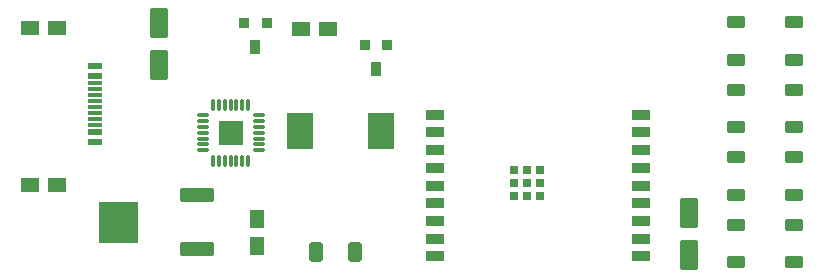
<source format=gbr>
%TF.GenerationSoftware,Altium Limited,Altium Designer,24.0.1 (36)*%
G04 Layer_Color=8421504*
%FSLAX45Y45*%
%MOMM*%
%TF.SameCoordinates,65C793CC-7C80-44E8-9821-AA658A2EEAB5*%
%TF.FilePolarity,Positive*%
%TF.FileFunction,Paste,Top*%
%TF.Part,Single*%
G01*
G75*
%TA.AperFunction,SMDPad,CuDef*%
%ADD11R,0.91440X1.27000*%
%ADD12R,0.91440X0.91440*%
%TA.AperFunction,ConnectorPad*%
%ADD16R,1.15000X0.30000*%
%ADD17R,1.15000X0.60000*%
%TA.AperFunction,SMDPad,CuDef*%
G04:AMPARAMS|DCode=18|XSize=2.83mm|YSize=1.22mm|CornerRadius=0.1525mm|HoleSize=0mm|Usage=FLASHONLY|Rotation=180.000|XOffset=0mm|YOffset=0mm|HoleType=Round|Shape=RoundedRectangle|*
%AMROUNDEDRECTD18*
21,1,2.83000,0.91500,0,0,180.0*
21,1,2.52500,1.22000,0,0,180.0*
1,1,0.30500,-1.26250,0.45750*
1,1,0.30500,1.26250,0.45750*
1,1,0.30500,1.26250,-0.45750*
1,1,0.30500,-1.26250,-0.45750*
%
%ADD18ROUNDEDRECTD18*%
%ADD20R,2.29000X3.12000*%
G04:AMPARAMS|DCode=22|XSize=1.14mm|YSize=1.63mm|CornerRadius=0.1425mm|HoleSize=0mm|Usage=FLASHONLY|Rotation=0.000|XOffset=0mm|YOffset=0mm|HoleType=Round|Shape=RoundedRectangle|*
%AMROUNDEDRECTD22*
21,1,1.14000,1.34500,0,0,0.0*
21,1,0.85500,1.63000,0,0,0.0*
1,1,0.28500,0.42750,-0.67250*
1,1,0.28500,-0.42750,-0.67250*
1,1,0.28500,-0.42750,0.67250*
1,1,0.28500,0.42750,0.67250*
%
%ADD22ROUNDEDRECTD22*%
G04:AMPARAMS|DCode=23|XSize=0.97mm|YSize=0.26mm|CornerRadius=0.0325mm|HoleSize=0mm|Usage=FLASHONLY|Rotation=90.000|XOffset=0mm|YOffset=0mm|HoleType=Round|Shape=RoundedRectangle|*
%AMROUNDEDRECTD23*
21,1,0.97000,0.19500,0,0,90.0*
21,1,0.90500,0.26000,0,0,90.0*
1,1,0.06500,0.09750,0.45250*
1,1,0.06500,0.09750,-0.45250*
1,1,0.06500,-0.09750,-0.45250*
1,1,0.06500,-0.09750,0.45250*
%
%ADD23ROUNDEDRECTD23*%
G04:AMPARAMS|DCode=24|XSize=0.97mm|YSize=0.26mm|CornerRadius=0.0325mm|HoleSize=0mm|Usage=FLASHONLY|Rotation=0.000|XOffset=0mm|YOffset=0mm|HoleType=Round|Shape=RoundedRectangle|*
%AMROUNDEDRECTD24*
21,1,0.97000,0.19500,0,0,0.0*
21,1,0.90500,0.26000,0,0,0.0*
1,1,0.06500,0.45250,-0.09750*
1,1,0.06500,-0.45250,-0.09750*
1,1,0.06500,-0.45250,0.09750*
1,1,0.06500,0.45250,0.09750*
%
%ADD24ROUNDEDRECTD24*%
%TA.AperFunction,BGAPad,CuDef*%
%ADD26R,0.70000X0.70000*%
%TA.AperFunction,ConnectorPad*%
%ADD27R,1.50000X0.90000*%
%TA.AperFunction,SMDPad,CuDef*%
G04:AMPARAMS|DCode=80|XSize=2.46mm|YSize=1.56mm|CornerRadius=0.1mm|HoleSize=0mm|Usage=FLASHONLY|Rotation=90.000|XOffset=0mm|YOffset=0mm|HoleType=Round|Shape=RoundedRectangle|*
%AMROUNDEDRECTD80*
21,1,2.46000,1.36000,0,0,90.0*
21,1,2.26000,1.56000,0,0,90.0*
1,1,0.20000,0.68000,1.13000*
1,1,0.20000,0.68000,-1.13000*
1,1,0.20000,-0.68000,-1.13000*
1,1,0.20000,-0.68000,1.13000*
%
%ADD80ROUNDEDRECTD80*%
G04:AMPARAMS|DCode=81|XSize=1.484mm|YSize=1.23mm|CornerRadius=0.07525mm|HoleSize=0mm|Usage=FLASHONLY|Rotation=0.000|XOffset=0mm|YOffset=0mm|HoleType=Round|Shape=RoundedRectangle|*
%AMROUNDEDRECTD81*
21,1,1.48400,1.07950,0,0,0.0*
21,1,1.33350,1.23000,0,0,0.0*
1,1,0.15050,0.66675,-0.53975*
1,1,0.15050,-0.66675,-0.53975*
1,1,0.15050,-0.66675,0.53975*
1,1,0.15050,0.66675,0.53975*
%
%ADD81ROUNDEDRECTD81*%
G04:AMPARAMS|DCode=82|XSize=0.96mm|YSize=1.46mm|CornerRadius=0.055mm|HoleSize=0mm|Usage=FLASHONLY|Rotation=90.000|XOffset=0mm|YOffset=0mm|HoleType=Round|Shape=RoundedRectangle|*
%AMROUNDEDRECTD82*
21,1,0.96000,1.35000,0,0,90.0*
21,1,0.85000,1.46000,0,0,90.0*
1,1,0.11000,0.67500,0.42500*
1,1,0.11000,0.67500,-0.42500*
1,1,0.11000,-0.67500,-0.42500*
1,1,0.11000,-0.67500,0.42500*
%
%ADD82ROUNDEDRECTD82*%
G04:AMPARAMS|DCode=83|XSize=1.484mm|YSize=1.23mm|CornerRadius=0.07525mm|HoleSize=0mm|Usage=FLASHONLY|Rotation=270.000|XOffset=0mm|YOffset=0mm|HoleType=Round|Shape=RoundedRectangle|*
%AMROUNDEDRECTD83*
21,1,1.48400,1.07950,0,0,270.0*
21,1,1.33350,1.23000,0,0,270.0*
1,1,0.15050,-0.53975,-0.66675*
1,1,0.15050,-0.53975,0.66675*
1,1,0.15050,0.53975,0.66675*
1,1,0.15050,0.53975,-0.66675*
%
%ADD83ROUNDEDRECTD83*%
%ADD84R,2.00000X2.00000*%
G36*
X1087359Y673500D02*
Y327217D01*
X757500D01*
Y673500D01*
X1087359D01*
D02*
G37*
D11*
X3103480Y1796800D02*
D03*
X2082800Y1981200D02*
D03*
D12*
X3009500Y2000000D02*
D03*
X3200000D02*
D03*
X1988820Y2184400D02*
D03*
X2179320D02*
D03*
D16*
X725500Y1675000D02*
D03*
Y1625000D02*
D03*
Y1575000D02*
D03*
Y1325000D02*
D03*
Y1375000D02*
D03*
Y1425000D02*
D03*
Y1525000D02*
D03*
Y1475000D02*
D03*
D17*
Y1260000D02*
D03*
Y1740000D02*
D03*
Y1180000D02*
D03*
Y1820000D02*
D03*
D18*
X1587500Y271500D02*
D03*
Y729500D02*
D03*
D20*
X2456000Y1275200D02*
D03*
X3142000D02*
D03*
D22*
X2597000Y246500D02*
D03*
X2925000D02*
D03*
D23*
X1722000Y1021200D02*
D03*
X1772000D02*
D03*
X1822000D02*
D03*
X1872000D02*
D03*
X1922000D02*
D03*
X1972000D02*
D03*
X2022000D02*
D03*
Y1495200D02*
D03*
X1972000D02*
D03*
X1922000D02*
D03*
X1872000D02*
D03*
X1822000D02*
D03*
X1772000D02*
D03*
X1722000D02*
D03*
D24*
X1635000Y1408200D02*
D03*
Y1358200D02*
D03*
Y1308200D02*
D03*
Y1258200D02*
D03*
Y1208200D02*
D03*
Y1158200D02*
D03*
Y1108200D02*
D03*
X2109000D02*
D03*
Y1158200D02*
D03*
Y1208200D02*
D03*
Y1258200D02*
D03*
Y1308200D02*
D03*
Y1358200D02*
D03*
Y1408200D02*
D03*
D26*
X4489500Y940500D02*
D03*
X4379500D02*
D03*
X4269500D02*
D03*
Y720500D02*
D03*
X4379500D02*
D03*
X4489500D02*
D03*
Y830500D02*
D03*
X4269500D02*
D03*
X4379500D02*
D03*
D27*
X3600500Y210500D02*
D03*
Y360500D02*
D03*
Y510500D02*
D03*
Y660500D02*
D03*
Y810500D02*
D03*
Y960500D02*
D03*
Y1110500D02*
D03*
Y1260500D02*
D03*
Y1410500D02*
D03*
X5350500D02*
D03*
Y1260500D02*
D03*
Y1110500D02*
D03*
Y960500D02*
D03*
Y810500D02*
D03*
Y660500D02*
D03*
Y510500D02*
D03*
Y360500D02*
D03*
Y210500D02*
D03*
D80*
X1270000Y2184400D02*
D03*
Y1834400D02*
D03*
X5750000Y575000D02*
D03*
Y225000D02*
D03*
D81*
X406400Y2146300D02*
D03*
X177800D02*
D03*
X406400Y812800D02*
D03*
X177800D02*
D03*
X2697500Y2138800D02*
D03*
X2468900D02*
D03*
D82*
X6149000Y1623000D02*
D03*
X6639000D02*
D03*
X6149000Y1303000D02*
D03*
X6639000D02*
D03*
X6149000Y2194500D02*
D03*
X6639000D02*
D03*
X6149000Y1874500D02*
D03*
X6639000D02*
D03*
Y160000D02*
D03*
X6149000D02*
D03*
X6639000Y480000D02*
D03*
X6149000D02*
D03*
X6639000Y731500D02*
D03*
X6149000D02*
D03*
X6639000Y1051500D02*
D03*
X6149000D02*
D03*
D83*
X2100000Y528600D02*
D03*
Y300000D02*
D03*
D84*
X1872000Y1258200D02*
D03*
%TF.MD5,e8db1ee0786e3555ab28d81d2754edc6*%
M02*

</source>
